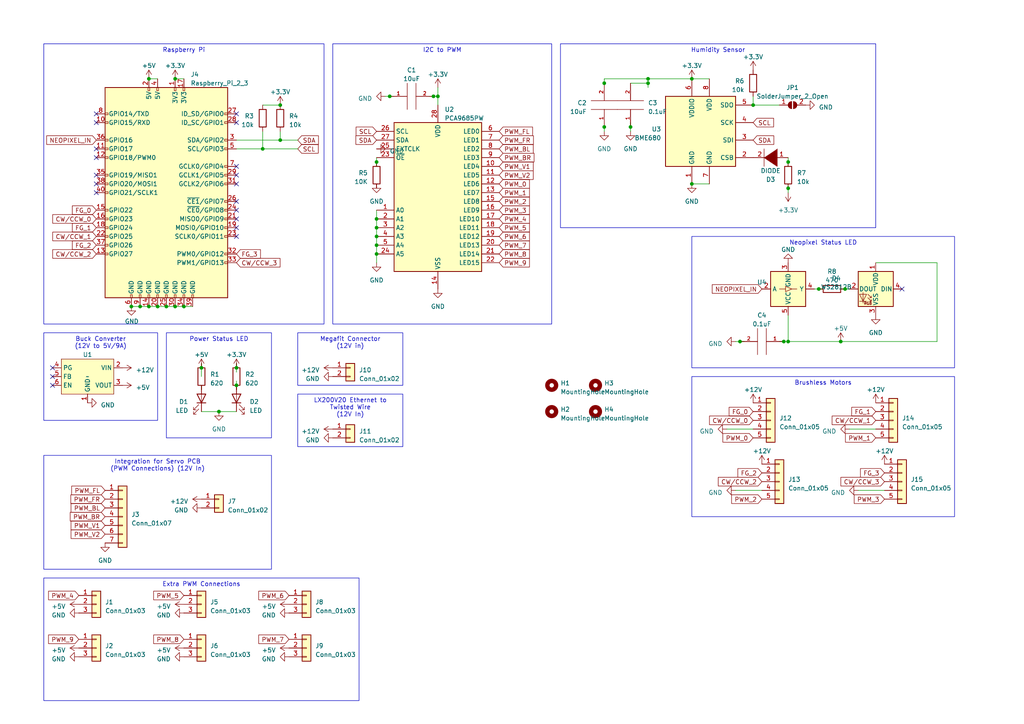
<source format=kicad_sch>
(kicad_sch (version 20221206) (generator eeschema)
  (paper "A4")
  (lib_symbols
    (symbol "Connector:Raspberry_Pi_2_3" (pin_names (offset 1.016))
      (property "Reference" "J" (at -17.78 31.75 0))
      (property "Value" "Raspberry_Pi_2_3" (at 10.16 -31.75 0))
      (symbol "Raspberry_Pi_2_3_1_1"
        (pin power_in line (at 2.54 33.02 270) (length 2.54) (name "3V3") (number "1"))
        (pin bidirectional line (at -20.32 20.32 0) (length 2.54) (name "GPIO15/RXD") (number "10"))
        (pin bidirectional line (at -20.32 12.7 0) (length 2.54) (name "GPIO17") (number "11"))
        (pin bidirectional line (at -20.32 10.16 0) (length 2.54) (name "GPIO18/PWM0") (number "12"))
        (pin bidirectional line (at -20.32 -17.78 0) (length 2.54) (name "GPIO27") (number "13"))
        (pin power_in line (at -5.08 -33.02 90) (length 2.54) (name "GND") (number "14"))
        (pin bidirectional line (at -20.32 -5.08 0) (length 2.54) (name "GPIO22") (number "15"))
        (pin bidirectional line (at -20.32 -7.62 0) (length 2.54) (name "GPIO23") (number "16"))
        (pin power_in line (at 5.08 33.02 270) (length 2.54) (name "3V3") (number "17"))
        (pin bidirectional line (at -20.32 -10.16 0) (length 2.54) (name "GPIO24") (number "18"))
        (pin bidirectional line (at 20.32 -10.16 180) (length 2.54) (name "MOSI0/GPIO10") (number "19"))
        (pin power_in line (at -5.08 33.02 270) (length 2.54) (name "5V") (number "2"))
        (pin power_in line (at -2.54 -33.02 90) (length 2.54) (name "GND") (number "20"))
        (pin bidirectional line (at 20.32 -7.62 180) (length 2.54) (name "MISO0/GPIO9") (number "21"))
        (pin bidirectional line (at -20.32 -12.7 0) (length 2.54) (name "GPIO25") (number "22"))
        (pin bidirectional line (at 20.32 -12.7 180) (length 2.54) (name "SCLK0/GPIO11") (number "23"))
        (pin bidirectional line (at 20.32 -5.08 180) (length 2.54) (name "~{CE0}/GPIO8") (number "24"))
        (pin power_in line (at 0 -33.02 90) (length 2.54) (name "GND") (number "25"))
        (pin bidirectional line (at 20.32 -2.54 180) (length 2.54) (name "~{CE1}/GPIO7") (number "26"))
        (pin bidirectional line (at 20.32 22.86 180) (length 2.54) (name "ID_SD/GPIO0") (number "27"))
        (pin bidirectional line (at 20.32 20.32 180) (length 2.54) (name "ID_SC/GPIO1") (number "28"))
        (pin bidirectional line (at 20.32 5.08 180) (length 2.54) (name "GCLK1/GPIO5") (number "29"))
        (pin bidirectional line (at 20.32 15.24 180) (length 2.54) (name "SDA/GPIO2") (number "3"))
        (pin power_in line (at 2.54 -33.02 90) (length 2.54) (name "GND") (number "30"))
        (pin bidirectional line (at 20.32 2.54 180) (length 2.54) (name "GCLK2/GPIO6") (number "31"))
        (pin bidirectional line (at 20.32 -17.78 180) (length 2.54) (name "PWM0/GPIO12") (number "32"))
        (pin bidirectional line (at 20.32 -20.32 180) (length 2.54) (name "PWM1/GPIO13") (number "33"))
        (pin power_in line (at 5.08 -33.02 90) (length 2.54) (name "GND") (number "34"))
        (pin bidirectional line (at -20.32 5.08 0) (length 2.54) (name "GPIO19/MISO1") (number "35"))
        (pin bidirectional line (at -20.32 15.24 0) (length 2.54) (name "GPIO16") (number "36"))
        (pin bidirectional line (at -20.32 -15.24 0) (length 2.54) (name "GPIO26") (number "37"))
        (pin bidirectional line (at -20.32 2.54 0) (length 2.54) (name "GPIO20/MOSI1") (number "38"))
        (pin power_in line (at 7.62 -33.02 90) (length 2.54) (name "GND") (number "39"))
        (pin power_in line (at -2.54 33.02 270) (length 2.54) (name "5V") (number "4"))
        (pin bidirectional line (at -20.32 0 0) (length 2.54) (name "GPIO21/SCLK1") (number "40"))
        (pin bidirectional line (at 20.32 12.7 180) (length 2.54) (name "SCL/GPIO3") (number "5"))
        (pin power_in line (at -10.16 -33.02 90) (length 2.54) (name "GND") (number "6"))
        (pin bidirectional line (at 20.32 7.62 180) (length 2.54) (name "GCLK0/GPIO4") (number "7"))
        (pin bidirectional line (at -20.32 22.86 0) (length 2.54) (name "GPIO14/TXD") (number "8"))
        (pin power_in line (at -7.62 -33.02 90) (length 2.54) (name "GND") (number "9"))
      )
    )
    (symbol "Connector_Generic:Conn_01x02" (pin_names (offset 1.016) hide)
      (property "Reference" "J" (at 0 2.54 0))
      (property "Value" "Conn_01x02" (at 0 -5.08 0))
      (symbol "Conn_01x02_1_1"
        (pin passive line (at -5.08 0 0) (length 3.81) (name "Pin_1") (number "1"))
        (pin passive line (at -5.08 -2.54 0) (length 3.81) (name "Pin_2") (number "2"))
      )
    )
    (symbol "Connector_Generic:Conn_01x03" (pin_names (offset 1.016) hide)
      (property "Reference" "J" (at 0 5.08 0))
      (property "Value" "Conn_01x03" (at 0 -5.08 0))
      (symbol "Conn_01x03_1_1"
        (pin passive line (at -5.08 2.54 0) (length 3.81) (name "Pin_1") (number "1"))
        (pin passive line (at -5.08 0 0) (length 3.81) (name "Pin_2") (number "2"))
        (pin passive line (at -5.08 -2.54 0) (length 3.81) (name "Pin_3") (number "3"))
      )
    )
    (symbol "Connector_Generic:Conn_01x05" (pin_names (offset 1.016) hide)
      (property "Reference" "J" (at 0 7.62 0))
      (property "Value" "Conn_01x05" (at 0 -7.62 0))
      (symbol "Conn_01x05_1_1"
        (pin passive line (at -5.08 5.08 0) (length 3.81) (name "Pin_1") (number "1"))
        (pin passive line (at -5.08 2.54 0) (length 3.81) (name "Pin_2") (number "2"))
        (pin passive line (at -5.08 0 0) (length 3.81) (name "Pin_3") (number "3"))
        (pin passive line (at -5.08 -2.54 0) (length 3.81) (name "Pin_4") (number "4"))
        (pin passive line (at -5.08 -5.08 0) (length 3.81) (name "Pin_5") (number "5"))
      )
    )
    (symbol "Connector_Generic:Conn_01x07" (pin_names (offset 1.016) hide)
      (property "Reference" "J" (at 0 10.16 0))
      (property "Value" "Conn_01x07" (at 0 -10.16 0))
      (symbol "Conn_01x07_1_1"
        (pin passive line (at -5.08 7.62 0) (length 3.81) (name "Pin_1") (number "1"))
        (pin passive line (at -5.08 5.08 0) (length 3.81) (name "Pin_2") (number "2"))
        (pin passive line (at -5.08 2.54 0) (length 3.81) (name "Pin_3") (number "3"))
        (pin passive line (at -5.08 0 0) (length 3.81) (name "Pin_4") (number "4"))
        (pin passive line (at -5.08 -2.54 0) (length 3.81) (name "Pin_5") (number "5"))
        (pin passive line (at -5.08 -5.08 0) (length 3.81) (name "Pin_6") (number "6"))
        (pin passive line (at -5.08 -7.62 0) (length 3.81) (name "Pin_7") (number "7"))
      )
    )
    (symbol "Device:LED" (pin_numbers hide) (pin_names (offset 1.016) hide)
      (property "Reference" "D" (at 0 2.54 0))
      (property "Value" "LED" (at 0 -2.54 0))
      (symbol "LED_1_1"
        (pin passive line (at -3.81 0 0) (length 2.54) (name "K") (number "1"))
        (pin passive line (at 3.81 0 180) (length 2.54) (name "A") (number "2"))
      )
    )
    (symbol "Device:R" (pin_numbers hide) (pin_names (offset 0))
      (property "Reference" "R" (at 2.032 0 90))
      (property "Value" "R" (at 0 0 90))
      (symbol "R_1_1"
        (pin passive line (at 0 3.81 270) (length 1.27) (name "~") (number "1"))
        (pin passive line (at 0 -3.81 90) (length 1.27) (name "~") (number "2"))
      )
    )
    (symbol "Driver_LED:PCA9685PW"
      (property "Reference" "U" (at -12.7 22.225 0))
      (property "Value" "PCA9685PW" (at 1.27 22.225 0))
      (symbol "PCA9685PW_1_1"
        (pin input line (at -17.78 -5.08 0) (length 5.08) (name "A0") (number "1"))
        (pin output line (at 17.78 7.62 180) (length 5.08) (name "LED4") (number "10"))
        (pin output line (at 17.78 5.08 180) (length 5.08) (name "LED5") (number "11"))
        (pin output line (at 17.78 2.54 180) (length 5.08) (name "LED6") (number "12"))
        (pin output line (at 17.78 0 180) (length 5.08) (name "LED7") (number "13"))
        (pin power_in line (at 0 -27.94 90) (length 5.08) (name "VSS") (number "14"))
        (pin output line (at 17.78 -2.54 180) (length 5.08) (name "LED8") (number "15"))
        (pin output line (at 17.78 -5.08 180) (length 5.08) (name "LED9") (number "16"))
        (pin output line (at 17.78 -7.62 180) (length 5.08) (name "LED10") (number "17"))
        (pin output line (at 17.78 -10.16 180) (length 5.08) (name "LED11") (number "18"))
        (pin output line (at 17.78 -12.7 180) (length 5.08) (name "LED12") (number "19"))
        (pin input line (at -17.78 -7.62 0) (length 5.08) (name "A1") (number "2"))
        (pin output line (at 17.78 -15.24 180) (length 5.08) (name "LED13") (number "20"))
        (pin output line (at 17.78 -17.78 180) (length 5.08) (name "LED14") (number "21"))
        (pin output line (at 17.78 -20.32 180) (length 5.08) (name "LED15") (number "22"))
        (pin input line (at -17.78 10.16 0) (length 5.08) (name "~{OE}") (number "23"))
        (pin input line (at -17.78 -17.78 0) (length 5.08) (name "A5") (number "24"))
        (pin input line (at -17.78 12.7 0) (length 5.08) (name "EXTCLK") (number "25"))
        (pin input line (at -17.78 17.78 0) (length 5.08) (name "SCL") (number "26"))
        (pin bidirectional line (at -17.78 15.24 0) (length 5.08) (name "SDA") (number "27"))
        (pin power_in line (at 0 25.4 270) (length 5.08) (name "VDD") (number "28"))
        (pin input line (at -17.78 -10.16 0) (length 5.08) (name "A2") (number "3"))
        (pin input line (at -17.78 -12.7 0) (length 5.08) (name "A3") (number "4"))
        (pin input line (at -17.78 -15.24 0) (length 5.08) (name "A4") (number "5"))
        (pin output line (at 17.78 17.78 180) (length 5.08) (name "LED0") (number "6"))
        (pin output line (at 17.78 15.24 180) (length 5.08) (name "LED1") (number "7"))
        (pin output line (at 17.78 12.7 180) (length 5.08) (name "LED2") (number "8"))
        (pin output line (at 17.78 10.16 180) (length 5.08) (name "LED3") (number "9"))
      )
    )
    (symbol "GND_1" (power) (pin_names (offset 0))
      (property "Value" "GND_1" (at 0 -3.81 0))
      (symbol "GND_1_1_1"
        (pin power_in line (at 0 0 270) (length 0) hide (name "GND") (number "1"))
      )
    )
    (symbol "GND_10" (power) (pin_names (offset 0))
      (property "Value" "GND_10" (at 0 -3.81 0))
      (symbol "GND_10_1_1"
        (pin power_in line (at 0 0 270) (length 0) hide (name "GND") (number "1"))
      )
    )
    (symbol "GND_11" (power) (pin_names (offset 0))
      (property "Value" "GND_11" (at 0 -3.81 0))
      (symbol "GND_11_1_1"
        (pin power_in line (at 0 0 270) (length 0) hide (name "GND") (number "1"))
      )
    )
    (symbol "GND_12" (power) (pin_names (offset 0))
      (property "Value" "GND_12" (at 0 -3.81 0))
      (symbol "GND_12_1_1"
        (pin power_in line (at 0 0 270) (length 0) hide (name "GND") (number "1"))
      )
    )
    (symbol "GND_13" (power) (pin_names (offset 0))
      (property "Value" "GND_13" (at 0 -3.81 0))
      (symbol "GND_13_1_1"
        (pin power_in line (at 0 0 270) (length 0) hide (name "GND") (number "1"))
      )
    )
    (symbol "GND_14" (power) (pin_names (offset 0))
      (property "Value" "GND_14" (at 0 -3.81 0))
      (symbol "GND_14_1_1"
        (pin power_in line (at 0 0 270) (length 0) hide (name "GND") (number "1"))
      )
    )
    (symbol "GND_15" (power) (pin_names (offset 0))
      (property "Value" "GND_15" (at 0 -3.81 0))
      (symbol "GND_15_1_1"
        (pin power_in line (at 0 0 270) (length 0) hide (name "GND") (number "1"))
      )
    )
    (symbol "GND_16" (power) (pin_names (offset 0))
      (property "Value" "GND_16" (at 0 -3.81 0))
      (symbol "GND_16_1_1"
        (pin power_in line (at 0 0 270) (length 0) hide (name "GND") (number "1"))
      )
    )
    (symbol "GND_2" (power) (pin_names (offset 0))
      (property "Value" "GND_2" (at 0 -3.81 0))
      (symbol "GND_2_1_1"
        (pin power_in line (at 0 0 270) (length 0) hide (name "GND") (number "1"))
      )
    )
    (symbol "GND_24" (power) (pin_names (offset 0))
      (property "Value" "GND_24" (at 0 -3.81 0))
      (symbol "GND_24_1_1"
        (pin power_in line (at 0 0 270) (length 0) hide (name "GND") (number "1"))
      )
    )
    (symbol "GND_3" (power) (pin_names (offset 0))
      (property "Value" "GND_3" (at 0 -3.81 0))
      (symbol "GND_3_1_1"
        (pin power_in line (at 0 0 270) (length 0) hide (name "GND") (number "1"))
      )
    )
    (symbol "GND_4" (power) (pin_names (offset 0))
      (property "Value" "GND_4" (at 0 -3.81 0))
      (symbol "GND_4_1_1"
        (pin power_in line (at 0 0 270) (length 0) hide (name "GND") (number "1"))
      )
    )
    (symbol "GND_5" (power) (pin_names (offset 0))
      (property "Value" "GND_5" (at 0 -3.81 0))
      (symbol "GND_5_1_1"
        (pin power_in line (at 0 0 270) (length 0) hide (name "GND") (number "1"))
      )
    )
    (symbol "GND_6" (power) (pin_names (offset 0))
      (property "Value" "GND_6" (at 0 -3.81 0))
      (symbol "GND_6_1_1"
        (pin power_in line (at 0 0 270) (length 0) hide (name "GND") (number "1"))
      )
    )
    (symbol "GND_7" (power) (pin_names (offset 0))
      (property "Value" "GND_7" (at 0 -3.81 0))
      (symbol "GND_7_1_1"
        (pin power_in line (at 0 0 270) (length 0) hide (name "GND") (number "1"))
      )
    )
    (symbol "GND_8" (power) (pin_names (offset 0))
      (property "Value" "GND_8" (at 0 -3.81 0))
      (symbol "GND_8_1_1"
        (pin power_in line (at 0 0 270) (length 0) hide (name "GND") (number "1"))
      )
    )
    (symbol "GND_9" (power) (pin_names (offset 0))
      (property "Value" "GND_9" (at 0 -3.81 0))
      (symbol "GND_9_1_1"
        (pin power_in line (at 0 0 270) (length 0) hide (name "GND") (number "1"))
      )
    )
    (symbol "Jumper:SolderJumper_2_Open" (pin_names (offset 0) hide)
      (property "Reference" "JP" (at 0 2.032 0))
      (property "Value" "SolderJumper_2_Open" (at 0 -2.54 0))
      (symbol "SolderJumper_2_Open_1_1"
        (pin passive line (at -3.81 0 0) (length 2.54) (name "A") (number "1"))
        (pin passive line (at 3.81 0 180) (length 2.54) (name "B") (number "2"))
      )
    )
    (symbol "LED:WS2812B" (pin_names (offset 0.254))
      (property "Reference" "D" (at 5.08 5.715 0))
      (property "Value" "WS2812B" (at 1.27 -5.715 0))
      (symbol "WS2812B_0_0"
        (text "RGB" (at 2.286 -4.191 0) (effects (font (size 0.762 0.762))))
      )
      (symbol "WS2812B_1_1"
        (pin power_in line (at 0 7.62 270) (length 2.54) (name "VDD") (number "1"))
        (pin output line (at 7.62 0 180) (length 2.54) (name "DOUT") (number "2"))
        (pin power_in line (at 0 -7.62 90) (length 2.54) (name "VSS") (number "3"))
        (pin input line (at -7.62 0 0) (length 2.54) (name "DIN") (number "4"))
      )
    )
    (symbol "Logic_LevelTranslator:SN74LV1T34DBV"
      (property "Reference" "U" (at 5.08 6.35 0))
      (property "Value" "SN74LV1T34DBV" (at 5.08 3.81 0))
      (symbol "SN74LV1T34DBV_1_1"
        (pin no_connect line (at -5.08 2.54 0) (length 2.54) hide (name "NC") (number "1"))
        (pin input line (at -7.62 0 0) (length 2.54) (name "A") (number "2"))
        (pin power_in line (at 0 -7.62 90) (length 2.54) (name "GND") (number "3"))
        (pin output line (at 7.62 0 180) (length 2.54) (name "Y") (number "4"))
        (pin power_in line (at 0 7.62 270) (length 2.54) (name "VCC") (number "5"))
      )
    )
    (symbol "Mechanical:MountingHole" (pin_names (offset 1.016))
      (property "Reference" "H" (at 0 5.08 0))
      (property "Value" "MountingHole" (at 0 3.175 0))
    )
    (symbol "Sensor:BME680"
      (property "Reference" "U" (at -8.89 11.43 0))
      (property "Value" "BME680" (at 7.62 11.43 0))
      (symbol "BME680_1_1"
        (pin power_in line (at -2.54 -15.24 90) (length 5.08) (name "GND") (number "1"))
        (pin input line (at 15.24 -7.62 180) (length 5.08) (name "CSB") (number "2"))
        (pin bidirectional line (at 15.24 -2.54 180) (length 5.08) (name "SDI") (number "3"))
        (pin input line (at 15.24 2.54 180) (length 5.08) (name "SCK") (number "4"))
        (pin bidirectional line (at 15.24 7.62 180) (length 5.08) (name "SDO") (number "5"))
        (pin power_in line (at -2.54 15.24 270) (length 5.08) (name "VDDIO") (number "6"))
        (pin power_in line (at 2.54 -15.24 90) (length 5.08) (name "GND") (number "7"))
        (pin power_in line (at 2.54 15.24 270) (length 5.08) (name "VDD") (number "8"))
      )
    )
    (symbol "polulu_d24v90f5:Polulu_D24V90F5"
      (property "Reference" "U" (at 5.08 -5.715 0))
      (symbol "Polulu_D24V90F5_1_1"
        (pin power_in line (at 0 -7.62 90) (length 2.54) (name "GND") (number "1"))
        (pin power_in line (at 10.16 2.54 180) (length 2.54) (name "VIN") (number "2"))
        (pin power_out line (at 10.16 -2.54 180) (length 2.54) (name "VOUT") (number "3"))
        (pin output line (at -10.16 2.54 0) (length 2.54) (name "PG") (number "4"))
        (pin input line (at -10.16 0 0) (length 2.54) (name "FB") (number "5"))
        (pin input line (at -10.16 -2.54 0) (length 2.54) (name "EN") (number "6"))
      )
    )
    (symbol "power:+12V" (power) (pin_names (offset 0))
      (property "Value" "+12V" (at 0 3.556 0))
      (symbol "+12V_1_1"
        (pin power_in line (at 0 0 90) (length 0) hide (name "+12V") (number "1"))
      )
    )
    (symbol "power:+3.3V" (power) (pin_names (offset 0))
      (property "Value" "+3.3V" (at 0 3.556 0))
      (symbol "+3.3V_1_1"
        (pin power_in line (at 0 0 90) (length 0) hide (name "+3.3V") (number "1"))
      )
    )
    (symbol "power:+5V" (power) (pin_names (offset 0))
      (property "Value" "+5V" (at 0 3.556 0))
      (symbol "+5V_1_1"
        (pin power_in line (at 0 0 90) (length 0) hide (name "+5V") (number "1"))
      )
    )
    (symbol "power:GND" (power) (pin_names (offset 0))
      (property "Value" "GND" (at 0 -3.81 0))
      (symbol "GND_1_1"
        (pin power_in line (at 0 0 270) (length 0) hide (name "GND") (number "1"))
      )
    )
    (symbol "pspice:C" (pin_names (offset 0.254))
      (property "Reference" "C" (at 2.54 3.81 90))
      (property "Value" "C" (at 2.54 -3.81 90))
      (symbol "C_1_1"
        (pin passive line (at 0 6.35 270) (length 5.08) (name "~") (number "1"))
        (pin passive line (at 0 -6.35 90) (length 5.08) (name "~") (number "2"))
      )
    )
    (symbol "pspice:DIODE" (pin_names (offset 1.016) hide)
      (property "Reference" "D" (at 0 3.81 0))
      (property "Value" "DIODE" (at 0 -4.445 0))
      (symbol "DIODE_1_1"
        (pin input line (at -5.08 0 0) (length 3.81) (name "K") (number "1"))
        (pin input line (at 5.08 0 180) (length 3.81) (name "A") (number "2"))
      )
    )
  )
  (junction (at 76.2 43.18))
  (junction (at 182.88 36.83))
  (junction (at 81.28 40.64))
  (junction (at 125.73 27.94))
  (junction (at 109.22 46.99))
  (junction (at 81.28 30.48))
  (junction (at 45.72 88.9))
  (junction (at 50.8 22.86))
  (junction (at 187.96 24.13))
  (junction (at 109.22 71.12))
  (junction (at 228.6 54.61))
  (junction (at 245.11 83.82))
  (junction (at 175.26 36.83))
  (junction (at 53.34 88.9))
  (junction (at 109.22 73.66))
  (junction (at 68.58 106.68))
  (junction (at 243.84 99.06))
  (junction (at 109.22 63.5))
  (junction (at 109.22 68.58))
  (junction (at 113.03 27.94))
  (junction (at 218.44 30.48))
  (junction (at 43.18 88.9))
  (junction (at 200.66 22.86))
  (junction (at 227.33 99.06))
  (junction (at 228.6 99.06))
  (junction (at 68.58 111.76))
  (junction (at 58.42 106.68))
  (junction (at 200.66 53.34))
  (junction (at 109.22 66.04))
  (junction (at 38.1 88.9))
  (junction (at 40.64 88.9))
  (junction (at 237.49 83.82))
  (junction (at 187.96 22.86))
  (junction (at 175.26 24.13))
  (junction (at 63.5 119.38))
  (junction (at 48.26 88.9))
  (junction (at 127 27.94))
  (junction (at 214.63 99.06))
  (junction (at 43.18 22.86))
  (junction (at 228.6 46.99))
  (junction (at 50.8 88.9))
  (no_connect (at 68.58 35.56))
  (no_connect (at 27.94 45.72))
  (no_connect (at 68.58 33.02))
  (no_connect (at 27.94 50.8))
  (no_connect (at 68.58 48.26))
  (no_connect (at 27.94 53.34))
  (no_connect (at 15.24 111.76))
  (no_connect (at 68.58 50.8))
  (no_connect (at 68.58 53.34))
  (no_connect (at 68.58 58.42))
  (no_connect (at 27.94 43.18))
  (no_connect (at 68.58 68.58))
  (no_connect (at 15.24 109.22))
  (no_connect (at 261.62 83.82))
  (no_connect (at 27.94 35.56))
  (no_connect (at 15.24 106.68))
  (no_connect (at 68.58 60.96))
  (no_connect (at 68.58 63.5))
  (no_connect (at 68.58 66.04))
  (no_connect (at 27.94 55.88))
  (no_connect (at 27.94 33.02))
  (wire (pts (xy 228.6 99.06) (xy 243.84 99.06)))
  (wire (pts (xy 243.84 99.06) (xy 271.78 99.06)))
  (wire (pts (xy 58.42 105.41) (xy 58.42 106.68)))
  (wire (pts (xy 200.66 22.86) (xy 205.74 22.86)))
  (wire (pts (xy 228.6 45.72) (xy 228.6 46.99)))
  (wire (pts (xy 109.22 45.72) (xy 109.22 46.99)))
  (wire (pts (xy 236.22 83.82) (xy 237.49 83.82)))
  (wire (pts (xy 213.36 142.24) (xy 220.98 142.24)))
  (wire (pts (xy 182.88 24.13) (xy 187.96 24.13)))
  (wire (pts (xy 68.58 106.68) (xy 68.58 107.95)))
  (wire (pts (xy 175.26 22.86) (xy 175.26 24.13)))
  (wire (pts (xy 68.58 110.49) (xy 68.58 111.76)))
  (wire (pts (xy 228.6 46.99) (xy 228.6 48.26)))
  (wire (pts (xy 111.76 27.94) (xy 113.03 27.94)))
  (wire (pts (xy 228.6 53.34) (xy 228.6 54.61)))
  (wire (pts (xy 187.96 22.86) (xy 200.66 22.86)))
  (wire (pts (xy 214.63 99.06) (xy 215.9 99.06)))
  (wire (pts (xy 248.92 142.24) (xy 256.54 142.24)))
  (wire (pts (xy 237.49 83.82) (xy 238.76 83.82)))
  (wire (pts (xy 218.44 27.94) (xy 218.44 30.48)))
  (wire (pts (xy 50.8 88.9) (xy 53.34 88.9)))
  (wire (pts (xy 246.38 124.46) (xy 254 124.46)))
  (wire (pts (xy 245.11 83.82) (xy 246.38 83.82)))
  (wire (pts (xy 45.72 88.9) (xy 48.26 88.9)))
  (wire (pts (xy 218.44 30.48) (xy 226.06 30.48)))
  (wire (pts (xy 58.42 106.68) (xy 58.42 109.22)))
  (wire (pts (xy 243.84 83.82) (xy 245.11 83.82)))
  (wire (pts (xy 76.2 43.18) (xy 86.36 43.18)))
  (wire (pts (xy 58.42 113.03) (xy 58.42 111.76)))
  (wire (pts (xy 113.03 27.94) (xy 114.3 27.94)))
  (wire (pts (xy 109.22 68.58) (xy 109.22 71.12)))
  (wire (pts (xy 213.36 99.06) (xy 214.63 99.06)))
  (wire (pts (xy 271.78 99.06) (xy 271.78 76.2)))
  (wire (pts (xy 81.28 40.64) (xy 86.36 40.64)))
  (wire (pts (xy 48.26 88.9) (xy 50.8 88.9)))
  (wire (pts (xy 182.88 36.83) (xy 182.88 38.1)))
  (wire (pts (xy 210.82 124.46) (xy 218.44 124.46)))
  (wire (pts (xy 182.88 35.56) (xy 182.88 36.83)))
  (wire (pts (xy 81.28 38.1) (xy 81.28 40.64)))
  (wire (pts (xy 175.26 35.56) (xy 175.26 36.83)))
  (wire (pts (xy 76.2 38.1) (xy 76.2 43.18)))
  (wire (pts (xy 125.73 27.94) (xy 127 27.94)))
  (wire (pts (xy 68.58 111.76) (xy 68.58 113.03)))
  (wire (pts (xy 68.58 40.64) (xy 81.28 40.64)))
  (wire (pts (xy 227.33 99.06) (xy 228.6 99.06)))
  (wire (pts (xy 200.66 53.34) (xy 205.74 53.34)))
  (wire (pts (xy 109.22 66.04) (xy 109.22 68.58)))
  (wire (pts (xy 175.26 22.86) (xy 187.96 22.86)))
  (wire (pts (xy 109.22 71.12) (xy 109.22 73.66)))
  (wire (pts (xy 187.96 24.13) (xy 187.96 25.4)))
  (wire (pts (xy 124.46 27.94) (xy 125.73 27.94)))
  (wire (pts (xy 228.6 54.61) (xy 228.6 55.88)))
  (wire (pts (xy 175.26 36.83) (xy 175.26 38.1)))
  (wire (pts (xy 187.96 22.86) (xy 187.96 24.13)))
  (wire (pts (xy 127 27.94) (xy 127 30.48)))
  (wire (pts (xy 109.22 73.66) (xy 109.22 76.2)))
  (wire (pts (xy 228.6 91.44) (xy 228.6 99.06)))
  (wire (pts (xy 109.22 63.5) (xy 109.22 66.04)))
  (wire (pts (xy 271.78 76.2) (xy 254 76.2)))
  (wire (pts (xy 53.34 88.9) (xy 55.88 88.9)))
  (wire (pts (xy 63.5 119.38) (xy 68.58 119.38)))
  (wire (pts (xy 40.64 88.9) (xy 43.18 88.9)))
  (wire (pts (xy 58.42 119.38) (xy 63.5 119.38)))
  (wire (pts (xy 76.2 30.48) (xy 81.28 30.48)))
  (wire (pts (xy 68.58 105.41) (xy 68.58 106.68)))
  (wire (pts (xy 43.18 22.86) (xy 45.72 22.86)))
  (wire (pts (xy 38.1 88.9) (xy 40.64 88.9)))
  (wire (pts (xy 226.06 99.06) (xy 227.33 99.06)))
  (wire (pts (xy 68.58 43.18) (xy 76.2 43.18)))
  (wire (pts (xy 50.8 22.86) (xy 53.34 22.86)))
  (wire (pts (xy 127 25.4) (xy 127 27.94)))
  (wire (pts (xy 109.22 60.96) (xy 109.22 63.5)))
  (wire (pts (xy 43.18 88.9) (xy 45.72 88.9)))
  (wire (pts (xy 109.22 46.99) (xy 109.22 48.26)))
  (wire (pts (xy 175.26 24.13) (xy 175.26 25.4)))
  (text_box "Integration for Servo PCB\n(PWM Connections) (12V In)\n" (at 12.7 132.08 0) (size 66.04 33.02) (effects (font (size 1.27 1.27)) (justify top)))
  (text_box "Raspberry Pi" (at 12.7 12.7 0) (size 81.28 81.28) (effects (font (size 1.27 1.27)) (justify top)))
  (text_box "Megafit Connector\n(12V in)" (at 86.36 96.52 0) (size 30.48 15.24) (effects (font (size 1.27 1.27)) (justify top)))
  (text_box "Humidity Sensor" (at 162.56 12.7 0) (size 91.44 53.34) (effects (font (size 1.27 1.27)) (justify top)))
  (text_box "Buck Converter\n(12V to 5V/9A)\n" (at 12.7 96.52 0) (size 33.02 25.4) (effects (font (size 1.27 1.27)) (justify top)))
  (text_box "Extra PWM Connections" (at 12.7 167.64 0) (size 91.44 35.56) (effects (font (size 1.27 1.27)) (justify top)))
  (text_box "Neopixel Status LED\n" (at 200.66 68.58 0) (size 76.2 38.1) (effects (font (size 1.27 1.27)) (justify top)))
  (text_box "LX200V20 Ethernet to Twisted Wire\n(12V In)\n" (at 86.36 114.3 0) (size 30.48 15.24) (effects (font (size 1.27 1.27)) (justify top)))
  (text_box "Brushless Motors\n" (at 200.66 109.22 0) (size 76.2 40.64) (effects (font (size 1.27 1.27)) (justify top)))
  (text_box "Power Status LED" (at 48.26 96.52 0) (size 30.48 30.48) (effects (font (size 1.27 1.27)) (justify top)))
  (text_box "I2C to PWM" (at 96.52 12.7 0) (size 63.5 81.28) (effects (font (size 1.27 1.27)) (justify top)))
  (global_label "FG_3" (shape input) (at 256.54 137.16 180) (property "Intersheetrefs" "${INTERSHEET_REFS}" (effects hide)))
  (global_label "CW{slash}CCW_1" (shape input) (at 27.94 68.58 180) (property "Intersheetrefs" "${INTERSHEET_REFS}" (effects hide)))
  (global_label "PWM_6" (shape input) (at 144.78 68.58 0) (property "Intersheetrefs" "${INTERSHEET_REFS}" (effects hide)))
  (global_label "PWM_9" (shape input) (at 22.86 185.42 180) (property "Intersheetrefs" "${INTERSHEET_REFS}" (effects hide)))
  (global_label "CW{slash}CCW_3" (shape input) (at 256.54 139.7 180) (property "Intersheetrefs" "${INTERSHEET_REFS}" (effects hide)))
  (global_label "PWM_4" (shape input) (at 22.86 172.72 180) (property "Intersheetrefs" "${INTERSHEET_REFS}" (effects hide)))
  (global_label "PWM_2" (shape input) (at 144.78 58.42 0) (property "Intersheetrefs" "${INTERSHEET_REFS}" (effects hide)))
  (global_label "PWM_4" (shape input) (at 144.78 63.5 0) (property "Intersheetrefs" "${INTERSHEET_REFS}" (effects hide)))
  (global_label "FG_1" (shape input) (at 27.94 66.04 180) (property "Intersheetrefs" "${INTERSHEET_REFS}" (effects hide)))
  (global_label "PWM_BL" (shape input) (at 144.78 43.18 0) (property "Intersheetrefs" "${INTERSHEET_REFS}" (effects hide)))
  (global_label "PWM_FR" (shape input) (at 30.48 144.78 180) (property "Intersheetrefs" "${INTERSHEET_REFS}" (effects hide)))
  (global_label "FG_1" (shape input) (at 254 119.38 180) (property "Intersheetrefs" "${INTERSHEET_REFS}" (effects hide)))
  (global_label "CW{slash}CCW_2" (shape input) (at 27.94 73.66 180) (property "Intersheetrefs" "${INTERSHEET_REFS}" (effects hide)))
  (global_label "CW{slash}CCW_2" (shape input) (at 220.98 139.7 180) (property "Intersheetrefs" "${INTERSHEET_REFS}" (effects hide)))
  (global_label "SCL" (shape input) (at 109.22 38.1 180) (property "Intersheetrefs" "${INTERSHEET_REFS}" (effects hide)))
  (global_label "SCL" (shape input) (at 86.36 43.18 0) (property "Intersheetrefs" "${INTERSHEET_REFS}" (effects hide)))
  (global_label "PWM_V1" (shape input) (at 144.78 48.26 0) (property "Intersheetrefs" "${INTERSHEET_REFS}" (effects hide)))
  (global_label "PWM_3" (shape input) (at 256.54 144.78 180) (property "Intersheetrefs" "${INTERSHEET_REFS}" (effects hide)))
  (global_label "SDA" (shape input) (at 109.22 40.64 180) (property "Intersheetrefs" "${INTERSHEET_REFS}" (effects hide)))
  (global_label "FG_2" (shape input) (at 27.94 71.12 180) (property "Intersheetrefs" "${INTERSHEET_REFS}" (effects hide)))
  (global_label "PWM_8" (shape input) (at 144.78 73.66 0) (property "Intersheetrefs" "${INTERSHEET_REFS}" (effects hide)))
  (global_label "PWM_FL" (shape input) (at 30.48 142.24 180) (property "Intersheetrefs" "${INTERSHEET_REFS}" (effects hide)))
  (global_label "PWM_3" (shape input) (at 144.78 60.96 0) (property "Intersheetrefs" "${INTERSHEET_REFS}" (effects hide)))
  (global_label "SDA" (shape input) (at 86.36 40.64 0) (property "Intersheetrefs" "${INTERSHEET_REFS}" (effects hide)))
  (global_label "FG_3" (shape input) (at 68.58 73.66 0) (property "Intersheetrefs" "${INTERSHEET_REFS}" (effects hide)))
  (global_label "FG_0" (shape input) (at 27.94 60.96 180) (property "Intersheetrefs" "${INTERSHEET_REFS}" (effects hide)))
  (global_label "PWM_BL" (shape input) (at 30.48 147.32 180) (property "Intersheetrefs" "${INTERSHEET_REFS}" (effects hide)))
  (global_label "FG_2" (shape input) (at 220.98 137.16 180) (property "Intersheetrefs" "${INTERSHEET_REFS}" (effects hide)))
  (global_label "NEOPIXEL_IN" (shape input) (at 220.98 83.82 180) (property "Intersheetrefs" "${INTERSHEET_REFS}" (effects hide)))
  (global_label "PWM_5" (shape input) (at 53.34 172.72 180) (property "Intersheetrefs" "${INTERSHEET_REFS}" (effects hide)))
  (global_label "PWM_6" (shape input) (at 83.82 172.72 180) (property "Intersheetrefs" "${INTERSHEET_REFS}" (effects hide)))
  (global_label "PWM_BR" (shape input) (at 30.48 149.86 180) (property "Intersheetrefs" "${INTERSHEET_REFS}" (effects hide)))
  (global_label "PWM_V1" (shape input) (at 30.48 152.4 180) (property "Intersheetrefs" "${INTERSHEET_REFS}" (effects hide)))
  (global_label "CW{slash}CCW_3" (shape input) (at 68.58 76.2 0) (property "Intersheetrefs" "${INTERSHEET_REFS}" (effects hide)))
  (global_label "SDA" (shape input) (at 218.44 40.64 0) (property "Intersheetrefs" "${INTERSHEET_REFS}" (effects hide)))
  (global_label "PWM_5" (shape input) (at 144.78 66.04 0) (property "Intersheetrefs" "${INTERSHEET_REFS}" (effects hide)))
  (global_label "SCL" (shape input) (at 218.44 35.56 0) (property "Intersheetrefs" "${INTERSHEET_REFS}" (effects hide)))
  (global_label "PWM_7" (shape input) (at 144.78 71.12 0) (property "Intersheetrefs" "${INTERSHEET_REFS}" (effects hide)))
  (global_label "PWM_0" (shape input) (at 218.44 127 180) (property "Intersheetrefs" "${INTERSHEET_REFS}" (effects hide)))
  (global_label "PWM_8" (shape input) (at 53.34 185.42 180) (property "Intersheetrefs" "${INTERSHEET_REFS}" (effects hide)))
  (global_label "PWM_BR" (shape input) (at 144.78 45.72 0) (property "Intersheetrefs" "${INTERSHEET_REFS}" (effects hide)))
  (global_label "PWM_FR" (shape input) (at 144.78 40.64 0) (property "Intersheetrefs" "${INTERSHEET_REFS}" (effects hide)))
  (global_label "FG_0" (shape input) (at 218.44 119.38 180) (property "Intersheetrefs" "${INTERSHEET_REFS}" (effects hide)))
  (global_label "PWM_7" (shape input) (at 83.82 185.42 180) (property "Intersheetrefs" "${INTERSHEET_REFS}" (effects hide)))
  (global_label "PWM_FL" (shape input) (at 144.78 38.1 0) (property "Intersheetrefs" "${INTERSHEET_REFS}" (effects hide)))
  (global_label "PWM_0" (shape input) (at 144.78 53.34 0) (property "Intersheetrefs" "${INTERSHEET_REFS}" (effects hide)))
  (global_label "CW{slash}CCW_0" (shape input) (at 218.44 121.92 180) (property "Intersheetrefs" "${INTERSHEET_REFS}" (effects hide)))
  (global_label "PWM_1" (shape input) (at 254 127 180) (property "Intersheetrefs" "${INTERSHEET_REFS}" (effects hide)))
  (global_label "PWM_1" (shape input) (at 144.78 55.88 0) (property "Intersheetrefs" "${INTERSHEET_REFS}" (effects hide)))
  (global_label "CW{slash}CCW_1" (shape input) (at 254 121.92 180) (property "Intersheetrefs" "${INTERSHEET_REFS}" (effects hide)))
  (global_label "PWM_V2" (shape input) (at 144.78 50.8 0) (property "Intersheetrefs" "${INTERSHEET_REFS}" (effects hide)))
  (global_label "PWM_V2" (shape input) (at 30.48 154.94 180) (property "Intersheetrefs" "${INTERSHEET_REFS}" (effects hide)))
  (global_label "NEOPIXEL_IN" (shape input) (at 27.94 40.64 180) (property "Intersheetrefs" "${INTERSHEET_REFS}" (effects hide)))
  (global_label "CW{slash}CCW_0" (shape input) (at 27.94 63.5 180) (property "Intersheetrefs" "${INTERSHEET_REFS}" (effects hide)))
  (global_label "PWM_2" (shape input) (at 220.98 144.78 180) (property "Intersheetrefs" "${INTERSHEET_REFS}" (effects hide)))
  (global_label "PWM_9" (shape input) (at 144.78 76.2 0) (property "Intersheetrefs" "${INTERSHEET_REFS}" (effects hide)))
  (symbol (lib_id "Device:R") (at 218.44 24.13 0) (unit 1)
    (property "Reference" "R6" (at 215.9 23.495 0) (effects (justify right)))
    (property "Value" "10k" (at 215.9 26.035 0) (effects (justify right)))
    (property "Footprint" "Resistor_SMD:R_0603_1608Metric" (effects hide))
    (property "JLCPCB Part #" "C98220" (effects hide))
    (property "JLCPCB Part #" "C98220" (effects hide))
  )
  (symbol (lib_id "power:+3.3V") (at 127 25.4 0) (unit 1)
    (property "Reference" "#PWR022" (effects hide))
    (property "Value" "+3.3V" (at 127 21.59 0))
  )
  (symbol (lib_name "GND_4") (lib_id "power:GND") (at 127 83.82 0) (unit 1)
    (property "Reference" "#PWR023" (effects hide))
    (property "Value" "GND" (at 127 88.9 0))
  )
  (symbol (lib_id "Connector_Generic:Conn_01x03") (at 27.94 187.96 0) (unit 1)
    (property "Reference" "J2" (at 30.48 187.325 0) (effects (justify left)))
    (property "Value" "Conn_01x03" (at 30.48 189.865 0) (effects (justify left)))
    (property "Footprint" "Connector_PinHeader_2.54mm:PinHeader_1x03_P2.54mm_Vertical" (effects hide))
  )
  (symbol (lib_id "power:+12V") (at 96.52 106.68 90) (unit 1)
    (property "Reference" "#PWR014" (effects hide))
    (property "Value" "+12V" (at 92.71 107.315 90) (effects (justify left)))
  )
  (symbol (lib_name "GND_10") (lib_id "power:GND") (at 213.36 99.06 270) (unit 1)
    (property "Reference" "#PWR031" (effects hide))
    (property "Value" "GND" (at 209.55 99.695 90) (effects (justify right)))
  )
  (symbol (lib_id "Connector_Generic:Conn_01x03") (at 27.94 175.26 0) (unit 1)
    (property "Reference" "J1" (at 30.48 174.625 0) (effects (justify left)))
    (property "Value" "Conn_01x03" (at 30.48 177.165 0) (effects (justify left)))
    (property "Footprint" "Connector_PinHeader_2.54mm:PinHeader_1x03_P2.54mm_Vertical" (effects hide))
  )
  (symbol (lib_id "power:+3.3V") (at 218.44 20.32 0) (unit 1)
    (property "Reference" "#PWR041" (effects hide))
    (property "Value" "+3.3V" (at 218.44 16.51 0))
  )
  (symbol (lib_id "power:+12V") (at 96.52 124.46 90) (unit 1)
    (property "Reference" "#PWR016" (effects hide))
    (property "Value" "+12V" (at 92.71 125.095 90) (effects (justify left)))
  )
  (symbol (lib_name "GND_13") (lib_id "power:GND") (at 58.42 147.32 270) (unit 1)
    (property "Reference" "#PWR010" (effects hide))
    (property "Value" "GND" (at 54.61 147.955 90) (effects (justify right)))
  )
  (symbol (lib_id "Connector_Generic:Conn_01x07") (at 35.56 149.86 0) (unit 1)
    (property "Reference" "J3" (at 38.1 149.225 0) (effects (justify left)))
    (property "Value" "Conn_01x07" (at 38.1 151.765 0) (effects (justify left)))
    (property "Footprint" "Connector_Molex:Molex_PicoBlade_53047-0710_1x07_P1.25mm_Vertical" (effects hide))
  )
  (symbol (lib_id "Connector:Raspberry_Pi_2_3") (at 48.26 55.88 0) (unit 1)
    (property "Reference" "J4" (at 55.2959 21.59 0) (effects (justify left)))
    (property "Value" "Raspberry_Pi_2_3" (at 55.2959 24.13 0) (effects (justify left)))
    (property "Footprint" "Connector_PinSocket_2.54mm:PinSocket_2x20_P2.54mm_Vertical" (effects hide))
    (property "Datasheet" "https://www.raspberrypi.org/documentation/hardware/raspberrypi/schematics/rpi_SCH_3bplus_1p0_reduced.pdf" (effects hide))
  )
  (symbol (lib_id "power:+5V") (at 53.34 175.26 90) (unit 1)
    (property "Reference" "#PWR028" (effects hide))
    (property "Value" "+5V" (at 49.53 175.895 90) (effects (justify left)))
  )
  (symbol (lib_name "GND_24") (lib_id "power:GND") (at 22.86 190.5 270) (unit 1)
    (property "Reference" "#PWR027" (effects hide))
    (property "Value" "GND" (at 19.05 191.135 90) (effects (justify right)))
  )
  (symbol (lib_name "GND_24") (lib_id "power:GND") (at 53.34 177.8 270) (unit 1)
    (property "Reference" "#PWR029" (effects hide))
    (property "Value" "GND" (at 49.53 178.435 90) (effects (justify right)))
  )
  (symbol (lib_id "Connector_Generic:Conn_01x05") (at 223.52 121.92 0) (unit 1)
    (property "Reference" "J12" (at 226.06 121.285 0) (effects (justify left)))
    (property "Value" "Conn_01x05" (at 226.06 123.825 0) (effects (justify left)))
    (property "Footprint" "Connector_Molex:Molex_PicoBlade_53047-0510_1x05_P1.25mm_Vertical" (effects hide))
  )
  (symbol (lib_id "Connector_Generic:Conn_01x02") (at 101.6 124.46 0) (unit 1)
    (property "Reference" "J11" (at 104.14 125.095 0) (effects (justify left)))
    (property "Value" "Conn_01x02" (at 104.14 127.635 0) (effects (justify left)))
    (property "Footprint" "Connector_Molex:Molex_Mega-Fit_76825-0002_2x01_P5.70mm_Horizontal" (effects hide))
  )
  (symbol (lib_id "power:+5V") (at 53.34 187.96 90) (unit 1)
    (property "Reference" "#PWR058" (effects hide))
    (property "Value" "+5V" (at 49.53 188.595 90) (effects (justify left)))
  )
  (symbol (lib_name "GND_3") (lib_id "power:GND") (at 109.22 76.2 0) (unit 1)
    (property "Reference" "#PWR020" (effects hide))
    (property "Value" "GND" (at 109.22 81.28 0))
  )
  (symbol (lib_id "pspice:C") (at 182.88 30.48 180) (unit 1)
    (property "Reference" "C3" (at 187.96 29.845 0) (effects (justify right)))
    (property "Value" "0.1uF" (at 187.96 32.385 0) (effects (justify right)))
    (property "Footprint" "Capacitor_SMD:C_0603_1608Metric" (effects hide))
    (property "JLCPCB Part #" "C1588" (effects hide))
    (property "JLCPCB Part #" "C1588" (effects hide))
  )
  (symbol (lib_id "power:+5V") (at 58.42 106.68 0) (unit 1)
    (property "Reference" "#PWR08" (effects hide))
    (property "Value" "+5V" (at 58.42 102.87 0))
  )
  (symbol (lib_id "Connector_Generic:Conn_01x03") (at 88.9 187.96 0) (unit 1)
    (property "Reference" "J9" (at 91.44 187.325 0) (effects (justify left)))
    (property "Value" "Conn_01x03" (at 91.44 189.865 0) (effects (justify left)))
    (property "Footprint" "Connector_PinHeader_2.54mm:PinHeader_1x03_P2.54mm_Vertical" (effects hide))
  )
  (symbol (lib_id "Device:R") (at 76.2 34.29 0) (mirror x) (unit 1)
    (property "Reference" "R3" (at 73.66 33.655 0) (effects (justify right)))
    (property "Value" "10k" (at 73.66 36.195 0) (effects (justify right)))
    (property "Footprint" "Resistor_SMD:R_0603_1608Metric" (effects hide))
    (property "JLCPCB Part #" "C98220" (effects hide))
    (property "JLCPCB Part #" "C98220" (effects hide))
  )
  (symbol (lib_id "power:GND") (at 38.1 88.9 0) (unit 1)
    (property "Reference" "#PWR02" (effects hide))
    (property "Value" "GND" (at 38.2143 93.2244 0))
  )
  (symbol (lib_name "GND_24") (lib_id "power:GND") (at 83.82 177.8 270) (unit 1)
    (property "Reference" "#PWR061" (effects hide))
    (property "Value" "GND" (at 80.01 178.435 90) (effects (justify right)))
  )
  (symbol (lib_id "Connector_Generic:Conn_01x03") (at 88.9 175.26 0) (unit 1)
    (property "Reference" "J8" (at 91.44 174.625 0) (effects (justify left)))
    (property "Value" "Conn_01x03" (at 91.44 177.165 0) (effects (justify left)))
    (property "Footprint" "Connector_PinHeader_2.54mm:PinHeader_1x03_P2.54mm_Vertical" (effects hide))
  )
  (symbol (lib_id "polulu_d24v90f5:Polulu_D24V90F5") (at 25.4 109.22 0) (unit 1)
    (property "Reference" "U1" (at 25.4 102.87 0))
    (property "Value" "~" (at 25.4 109.22 0))
    (property "Footprint" "Chaney:Converter_DCDC_Polulu_D24V90F5" (effects hide))
  )
  (symbol (lib_id "Jumper:SolderJumper_2_Open") (at 229.87 30.48 0) (unit 1)
    (property "Reference" "JP1" (at 229.87 25.4 0))
    (property "Value" "SolderJumper_2_Open" (at 229.87 27.94 0))
    (property "Footprint" "Jumper:SolderJumper-2_P1.3mm_Open_RoundedPad1.0x1.5mm" (effects hide))
  )
  (symbol (lib_name "GND_13") (lib_id "power:GND") (at 96.52 127 270) (unit 1)
    (property "Reference" "#PWR017" (effects hide))
    (property "Value" "GND" (at 92.71 127.635 90) (effects (justify right)))
  )
  (symbol (lib_name "GND_15") (lib_id "power:GND") (at 248.92 142.24 270) (unit 1)
    (property "Reference" "#PWR040" (effects hide))
    (property "Value" "GND" (at 245.11 142.875 90) (effects (justify right)))
  )
  (symbol (lib_name "GND_24") (lib_id "power:GND") (at 22.86 177.8 270) (unit 1)
    (property "Reference" "#PWR025" (effects hide))
    (property "Value" "GND" (at 19.05 178.435 90) (effects (justify right)))
  )
  (symbol (lib_id "Logic_LevelTranslator:SN74LV1T34DBV") (at 228.6 83.82 0) (mirror x) (unit 1)
    (property "Reference" "U4" (at 220.98 81.8641 0))
    (property "Value" "SN74LV1T34DBV" (effects hide))
    (property "Footprint" "Package_TO_SOT_SMD:SOT-23-5" (effects hide))
    (property "Datasheet" "https://www.ti.com/lit/ds/symlink/sn74lv1t34.pdf" (effects hide))
    (property "JLCPCB Part #" "C100024" (effects hide))
    (property "JLCPCB Part #" "C100024" (effects hide))
  )
  (symbol (lib_id "Device:LED") (at 68.58 115.57 90) (unit 1)
    (property "Reference" "D2" (at 72.39 116.5225 90) (effects (justify right)))
    (property "Value" "LED" (at 72.39 119.0625 90) (effects (justify right)))
    (property "Footprint" "LED_SMD:LED_0603_1608Metric" (effects hide))
    (property "JLCPCB Part #" "C84263" (effects hide))
    (property "JLCPCB Part #" "C84263" (effects hide))
  )
  (symbol (lib_id "LED:WS2812B") (at 254 83.82 0) (mirror y) (unit 1)
    (property "Reference" "D4" (at 242.57 80.6959 0))
    (property "Value" "WS2812B" (at 242.57 83.2359 0))
    (property "Footprint" "LED_SMD:LED_WS2812B_PLCC4_5.0x5.0mm_P3.2mm" (effects hide))
    (property "Datasheet" "https://cdn-shop.adafruit.com/datasheets/WS2812B.pdf" (effects hide))
    (property "JLCPCB Part #" "C2761795" (effects hide))
    (property "JLCPCB Part #" "C2761795" (effects hide))
  )
  (symbol (lib_name "GND_16") (lib_id "power:GND") (at 175.26 38.1 0) (unit 1)
    (property "Reference" "#PWR0102" (effects hide))
    (property "Value" "GND" (at 175.26 43.18 0))
  )
  (symbol (lib_id "Device:R") (at 109.22 50.8 0) (mirror y) (unit 1)
    (property "Reference" "R5" (at 106.68 50.165 0) (effects (justify left)))
    (property "Value" "10K" (at 106.68 52.705 0) (effects (justify left)))
    (property "Footprint" "Resistor_SMD:R_0603_1608Metric" (effects hide))
    (property "JLCPCB Part #" "C98220" (effects hide))
    (property "JLCPCB Part #" "C98220" (effects hide))
  )
  (symbol (lib_id "Mechanical:MountingHole") (at 172.72 119.38 0) (unit 1)
    (property "Reference" "H4" (at 175.26 118.745 0) (effects (justify left)))
    (property "Value" "MountingHole" (at 175.26 121.285 0) (effects (justify left)))
    (property "Footprint" "MountingHole:MountingHole_2.5mm" (effects hide))
  )
  (symbol (lib_id "pspice:C") (at 119.38 27.94 90) (unit 1)
    (property "Reference" "C1" (at 119.38 20.32 90))
    (property "Value" "10uF" (at 119.38 22.86 90))
    (property "Footprint" "Capacitor_SMD:C_0603_1608Metric" (effects hide))
    (property "JLCPCB Part #" "C96446" (effects hide))
    (property "JLCPCB Part #" "C96446" (effects hide))
  )
  (symbol (lib_id "Connector_Generic:Conn_01x05") (at 259.08 121.92 0) (unit 1)
    (property "Reference" "J14" (at 261.62 121.285 0) (effects (justify left)))
    (property "Value" "Conn_01x05" (at 261.62 123.825 0) (effects (justify left)))
    (property "Footprint" "Connector_Molex:Molex_PicoBlade_53047-0510_1x05_P1.25mm_Vertical" (effects hide))
  )
  (symbol (lib_id "power:+3.3V") (at 228.6 55.88 180) (unit 1)
    (property "Reference" "#PWR045" (effects hide))
    (property "Value" "+3.3V" (at 228.6 60.96 0))
  )
  (symbol (lib_name "GND_5") (lib_id "power:GND") (at 111.76 27.94 270) (unit 1)
    (property "Reference" "#PWR021" (effects hide))
    (property "Value" "GND" (at 107.95 28.575 90) (effects (justify right)))
  )
  (symbol (lib_id "power:+5V") (at 43.18 22.86 0) (unit 1)
    (property "Reference" "#PWR06" (effects hide))
    (property "Value" "+5V" (at 43.18 19.05 0))
  )
  (symbol (lib_id "Connector_Generic:Conn_01x03") (at 58.42 187.96 0) (unit 1)
    (property "Reference" "J6" (at 60.96 187.325 0) (effects (justify left)))
    (property "Value" "Conn_01x03" (at 60.96 189.865 0) (effects (justify left)))
    (property "Footprint" "Connector_PinHeader_2.54mm:PinHeader_1x03_P2.54mm_Vertical" (effects hide))
  )
  (symbol (lib_name "GND_6") (lib_id "power:GND") (at 200.66 53.34 0) (unit 1)
    (property "Reference" "#PWR037" (effects hide))
    (property "Value" "GND" (at 200.66 58.42 0))
  )
  (symbol (lib_name "GND_7") (lib_id "power:GND") (at 233.68 30.48 90) (unit 1)
    (property "Reference" "#PWR046" (effects hide))
    (property "Value" "GND" (at 237.49 31.115 90) (effects (justify right)))
  )
  (symbol (lib_id "Device:R") (at 241.3 83.82 90) (unit 1)
    (property "Reference" "R8" (at 241.3 78.74 90))
    (property "Value" "470" (at 241.3 81.28 90))
    (property "Footprint" "Resistor_SMD:R_0603_1608Metric" (effects hide))
    (property "JLCPCB Part #" "C23179" (effects hide))
    (property "JLCPCB Part #" "C23179" (effects hide))
  )
  (symbol (lib_id "power:+12V") (at 35.56 106.68 270) (unit 1)
    (property "Reference" "#PWR04" (effects hide))
    (property "Value" "+12V" (at 39.37 107.315 90) (effects (justify left)))
  )
  (symbol (lib_id "power:+12V") (at 254 116.84 0) (unit 1)
    (property "Reference" "#PWR043" (effects hide))
    (property "Value" "+12V" (at 254 113.03 0))
  )
  (symbol (lib_id "Connector_Generic:Conn_01x03") (at 58.42 175.26 0) (unit 1)
    (property "Reference" "J5" (at 60.96 174.625 0) (effects (justify left)))
    (property "Value" "Conn_01x03" (at 60.96 177.165 0) (effects (justify left)))
    (property "Footprint" "Connector_PinHeader_2.54mm:PinHeader_1x03_P2.54mm_Vertical" (effects hide))
  )
  (symbol (lib_name "GND_24") (lib_id "power:GND") (at 83.82 190.5 270) (unit 1)
    (property "Reference" "#PWR063" (effects hide))
    (property "Value" "GND" (at 80.01 191.135 90) (effects (justify right)))
  )
  (symbol (lib_id "power:+12V") (at 218.44 116.84 0) (unit 1)
    (property "Reference" "#PWR033" (effects hide))
    (property "Value" "+12V" (at 218.44 113.03 0))
  )
  (symbol (lib_id "Device:R") (at 58.42 109.22 0) (unit 1)
    (property "Reference" "R1" (at 60.96 108.585 0) (effects (justify left)))
    (property "Value" "620" (at 60.96 111.125 0) (effects (justify left)))
    (property "Footprint" "Resistor_SMD:R_0603_1608Metric" (effects hide))
    (property "JLCPCB Part #" "C17798" (effects hide))
    (property "JLCPCB Part #" "C17798" (effects hide))
  )
  (symbol (lib_id "Device:R") (at 81.28 34.29 0) (unit 1)
    (property "Reference" "R4" (at 83.82 33.655 0) (effects (justify left)))
    (property "Value" "10k" (at 83.82 36.195 0) (effects (justify left)))
    (property "Footprint" "Resistor_SMD:R_0603_1608Metric" (effects hide))
    (property "JLCPCB Part #" "C98220" (effects hide))
    (property "JLCPCB Part #" "C98220" (effects hide))
  )
  (symbol (lib_id "power:+5V") (at 35.56 111.76 270) (unit 1)
    (property "Reference" "#PWR05" (effects hide))
    (property "Value" "+5V" (at 39.37 112.395 90) (effects (justify left)))
  )
  (symbol (lib_name "GND_14") (lib_id "power:GND") (at 30.48 157.48 0) (unit 1)
    (property "Reference" "#PWR03" (effects hide))
    (property "Value" "GND" (at 30.48 162.56 0))
  )
  (symbol (lib_id "power:+3.3V") (at 200.66 22.86 0) (unit 1)
    (property "Reference" "#PWR036" (effects hide))
    (property "Value" "+3.3V" (at 200.66 19.05 0))
  )
  (symbol (lib_name "GND_24") (lib_id "power:GND") (at 53.34 190.5 270) (unit 1)
    (property "Reference" "#PWR059" (effects hide))
    (property "Value" "GND" (at 49.53 191.135 90) (effects (justify right)))
  )
  (symbol (lib_id "pspice:C") (at 175.26 30.48 0) (mirror x) (unit 1)
    (property "Reference" "C2" (at 170.18 29.845 0) (effects (justify right)))
    (property "Value" "10uF" (at 170.18 32.385 0) (effects (justify right)))
    (property "Footprint" "Capacitor_SMD:C_0603_1608Metric" (effects hide))
    (property "JLCPCB Part #" "C96446" (effects hide))
    (property "JLCPCB Part #" "C96446" (effects hide))
  )
  (symbol (lib_id "Connector_Generic:Conn_01x05") (at 226.06 139.7 0) (unit 1)
    (property "Reference" "J13" (at 228.6 139.065 0) (effects (justify left)))
    (property "Value" "Conn_01x05" (at 228.6 141.605 0) (effects (justify left)))
    (property "Footprint" "Connector_Molex:Molex_PicoBlade_53047-0510_1x05_P1.25mm_Vertical" (effects hide))
  )
  (symbol (lib_id "power:+12V") (at 58.42 144.78 90) (unit 1)
    (property "Reference" "#PWR09" (effects hide))
    (property "Value" "+12V" (at 54.61 145.415 90) (effects (justify left)))
  )
  (symbol (lib_id "Mechanical:MountingHole") (at 160.02 111.76 0) (unit 1)
    (property "Reference" "H1" (at 162.56 111.125 0) (effects (justify left)))
    (property "Value" "MountingHole" (at 162.56 113.665 0) (effects (justify left)))
    (property "Footprint" "MountingHole:MountingHole_2.5mm" (effects hide))
  )
  (symbol (lib_name "GND_16") (lib_id "power:GND") (at 182.88 38.1 0) (unit 1)
    (property "Reference" "#PWR0101" (effects hide))
    (property "Value" "GND" (at 182.88 43.18 0))
  )
  (symbol (lib_id "Connector_Generic:Conn_01x02") (at 63.5 144.78 0) (unit 1)
    (property "Reference" "J7" (at 66.04 145.415 0) (effects (justify left)))
    (property "Value" "Conn_01x02" (at 66.04 147.955 0) (effects (justify left)))
    (property "Footprint" "Connector_Molex:Molex_Mega-Fit_76825-0002_2x01_P5.70mm_Horizontal" (effects hide))
  )
  (symbol (lib_id "power:+5V") (at 83.82 175.26 90) (unit 1)
    (property "Reference" "#PWR060" (effects hide))
    (property "Value" "+5V" (at 80.01 175.895 90) (effects (justify left)))
  )
  (symbol (lib_id "Mechanical:MountingHole") (at 160.02 119.38 0) (unit 1)
    (property "Reference" "H2" (at 162.56 118.745 0) (effects (justify left)))
    (property "Value" "MountingHole" (at 162.56 121.285 0) (effects (justify left)))
    (property "Footprint" "MountingHole:MountingHole_2.5mm" (effects hide))
  )
  (symbol (lib_name "GND_2") (lib_id "power:GND") (at 109.22 53.34 0) (unit 1)
    (property "Reference" "#PWR019" (effects hide))
    (property "Value" "GND" (at 109.22 58.42 0))
  )
  (symbol (lib_name "GND_15") (lib_id "power:GND") (at 210.82 124.46 270) (unit 1)
    (property "Reference" "#PWR030" (effects hide))
    (property "Value" "GND" (at 207.01 125.095 90) (effects (justify right)))
  )
  (symbol (lib_id "power:+12V") (at 220.98 134.62 0) (unit 1)
    (property "Reference" "#PWR034" (effects hide))
    (property "Value" "+12V" (at 220.98 130.81 0))
  )
  (symbol (lib_id "power:+3.3V") (at 50.8 22.86 0) (unit 1)
    (property "Reference" "#PWR07" (effects hide))
    (property "Value" "+3.3V" (at 50.8 19.05 0))
  )
  (symbol (lib_id "Mechanical:MountingHole") (at 172.72 111.76 0) (unit 1)
    (property "Reference" "H3" (at 175.26 111.125 0) (effects (justify left)))
    (property "Value" "MountingHole" (at 175.26 113.665 0) (effects (justify left)))
    (property "Footprint" "MountingHole:MountingHole_2.5mm" (effects hide))
  )
  (symbol (lib_name "GND_1") (lib_id "power:GND") (at 109.22 43.18 90) (mirror x) (unit 1)
    (property "Reference" "#PWR018" (effects hide))
    (property "Value" "GND" (at 113.03 43.815 90) (effects (justify right)))
  )
  (symbol (lib_id "power:+5V") (at 243.84 99.06 0) (unit 1)
    (property "Reference" "#PWR038" (effects hide))
    (property "Value" "+5V" (at 243.84 95.25 0))
  )
  (symbol (lib_id "Device:R") (at 228.6 50.8 180) (unit 1)
    (property "Reference" "R7" (at 231.14 50.165 0) (effects (justify right)))
    (property "Value" "10k" (at 231.14 52.705 0) (effects (justify right)))
    (property "Footprint" "Resistor_SMD:R_0603_1608Metric" (effects hide))
    (property "JLCPCB Part #" "C98220" (effects hide))
    (property "JLCPCB Part #" "C98220" (effects hide))
  )
  (symbol (lib_id "power:+5V") (at 22.86 175.26 90) (unit 1)
    (property "Reference" "#PWR024" (effects hide))
    (property "Value" "+5V" (at 19.05 175.895 90) (effects (justify left)))
  )
  (symbol (lib_id "power:+3.3V") (at 68.58 106.68 0) (unit 1)
    (property "Reference" "#PWR012" (effects hide))
    (property "Value" "+3.3V" (at 68.58 102.87 0))
  )
  (symbol (lib_id "power:+5V") (at 83.82 187.96 90) (unit 1)
    (property "Reference" "#PWR062" (effects hide))
    (property "Value" "+5V" (at 80.01 188.595 90) (effects (justify left)))
  )
  (symbol (lib_name "GND_12") (lib_id "power:GND") (at 63.5 119.38 0) (unit 1)
    (property "Reference" "#PWR011" (effects hide))
    (property "Value" "GND" (at 63.5 124.46 0))
  )
  (symbol (lib_id "Connector_Generic:Conn_01x02") (at 101.6 106.68 0) (unit 1)
    (property "Reference" "J10" (at 104.14 107.315 0) (effects (justify left)))
    (property "Value" "Conn_01x02" (at 104.14 109.855 0) (effects (justify left)))
    (property "Footprint" "Connector_Molex:Molex_Mega-Fit_76825-0002_2x01_P5.70mm_Horizontal" (effects hide))
  )
  (symbol (lib_id "power:+12V") (at 256.54 134.62 0) (unit 1)
    (property "Reference" "#PWR044" (effects hide))
    (property "Value" "+12V" (at 256.54 130.81 0))
  )
  (symbol (lib_name "GND_15") (lib_id "power:GND") (at 213.36 142.24 270) (unit 1)
    (property "Reference" "#PWR032" (effects hide))
    (property "Value" "GND" (at 209.55 142.875 90) (effects (justify right)))
  )
  (symbol (lib_id "pspice:DIODE") (at 223.52 45.72 0) (mirror y) (unit 1)
    (property "Reference" "D3" (at 223.52 52.07 0))
    (property "Value" "DIODE" (at 223.52 49.53 0))
    (property "Footprint" "Diode_SMD:D_SMA" (effects hide))
    (property "JLCPCB Part #" "C8678" (effects hide))
    (property "JLCPCB Part #" "C8678" (effects hide))
  )
  (symbol (lib_name "GND_11") (lib_id "power:GND") (at 25.4 116.84 90) (unit 1)
    (property "Reference" "#PWR01" (effects hide))
    (property "Value" "GND" (at 29.21 117.475 90) (effects (justify right)))
  )
  (symbol (lib_name "GND_13") (lib_id "power:GND") (at 96.52 109.22 270) (unit 1)
    (property "Reference" "#PWR015" (effects hide))
    (property "Value" "GND" (at 92.71 109.855 90) (effects (justify right)))
  )
  (symbol (lib_name "GND_15") (lib_id "power:GND") (at 246.38 124.46 270) (unit 1)
    (property "Reference" "#PWR039" (effects hide))
    (property "Value" "GND" (at 242.57 125.095 90) (effects (justify right)))
  )
  (symbol (lib_name "GND_8") (lib_id "power:GND") (at 228.6 76.2 180) (unit 1)
    (property "Reference" "#PWR035" (effects hide))
    (property "Value" "GND" (at 228.6 72.39 0))
  )
  (symbol (lib_id "Device:R") (at 68.58 109.22 0) (unit 1)
    (property "Reference" "R2" (at 71.12 108.585 0) (effects (justify left)))
    (property "Value" "620" (at 71.12 111.125 0) (effects (justify left)))
    (property "Footprint" "Resistor_SMD:R_0603_1608Metric" (effects hide))
    (property "JLCPCB Part #" "C17798" (effects hide))
    (property "JLCPCB Part #" "C17798" (effects hide))
  )
  (symbol (lib_id "power:+3.3V") (at 81.28 30.48 0) (unit 1)
    (property "Reference" "#PWR013" (effects hide))
    (property "Value" "+3.3V" (at 81.28 26.67 0))
  )
  (symbol (lib_id "pspice:C") (at 220.98 99.06 270) (unit 1)
    (property "Reference" "C4" (at 220.98 91.44 90))
    (property "Value" "0.1uF" (at 220.98 93.98 90))
    (property "Footprint" "Capacitor_SMD:C_0603_1608Metric" (effects hide))
    (property "JLCPCB Part #" "C1588" (effects hide))
    (property "JLCPCB Part #" "C1588" (effects hide))
  )
  (symbol (lib_id "Connector_Generic:Conn_01x05") (at 261.62 139.7 0) (unit 1)
    (property "Reference" "J15" (at 264.16 139.065 0) (effects (justify left)))
    (property "Value" "Conn_01x05" (at 264.16 141.605 0) (effects (justify left)))
    (property "Footprint" "Connector_Molex:Molex_PicoBlade_53047-0510_1x05_P1.25mm_Vertical" (effects hide))
  )
  (symbol (lib_id "Sensor:BME680") (at 203.2 38.1 0) (unit 1)
    (property "Reference" "U3" (at 191.77 37.465 0) (effects (justify right)))
    (property "Value" "BME680" (at 191.77 40.005 0) (effects (justify right)))
    (property "Footprint" "Package_LGA:Bosch_LGA-8_3x3mm_P0.8mm_ClockwisePinNumbering" (effects hide))
    (property "Datasheet" "https://ae-bst.resource.bosch.com/media/_tech/media/datasheets/BST-BME680-DS001.pdf" (effects hide))
    (property "JLCPCB Part #" "C125972" (effects hide))
    (property "JLCPCB Part #" "C125972" (effects hide))
  )
  (symbol (lib_id "power:+5V") (at 22.86 187.96 90) (unit 1)
    (property "Reference" "#PWR026" (effects hide))
    (property "Value" "+5V" (at 19.05 188.595 90) (effects (justify left)))
  )
  (symbol (lib_name "GND_9") (lib_id "power:GND") (at 254 91.44 0) (unit 1)
    (property "Reference" "#PWR042" (effects hide))
    (property "Value" "GND" (at 254 96.52 0))
  )
  (symbol (lib_id "Driver_LED:PCA9685PW") (at 127 55.88 0) (unit 1)
    (property "Reference" "U2" (at 128.9559 31.75 0) (effects (justify left)))
    (property "Value" "PCA9685PW" (at 128.9559 34.29 0) (effects (justify left)))
    (property "Footprint" "Package_SO:TSSOP-28_4.4x9.7mm_P0.65mm" (effects hide))
    (property "Datasheet" "http://www.nxp.com/documents/data_sheet/PCA9685.pdf" (effects hide))
    (property "JLCPCB Part #" "C2678753" (effects hide))
    (property "JLCPCB Part #" "C2678753" (effects hide))
  )
  (symbol (lib_id "Device:LED") (at 58.42 115.57 270) (mirror x) (unit 1)
    (property "Reference" "D1" (at 54.61 116.5225 90) (effects (justify right)))
    (property "Value" "LED" (at 54.61 119.0625 90) (effects (justify right)))
    (property "Footprint" "LED_SMD:LED_0603_1608Metric" (effects hide))
    (property "JLCPCB Part #" "C84263" (effects hide))
    (property "JLCPCB Part #" "C84263" (effects hide))
  )
)
</source>
